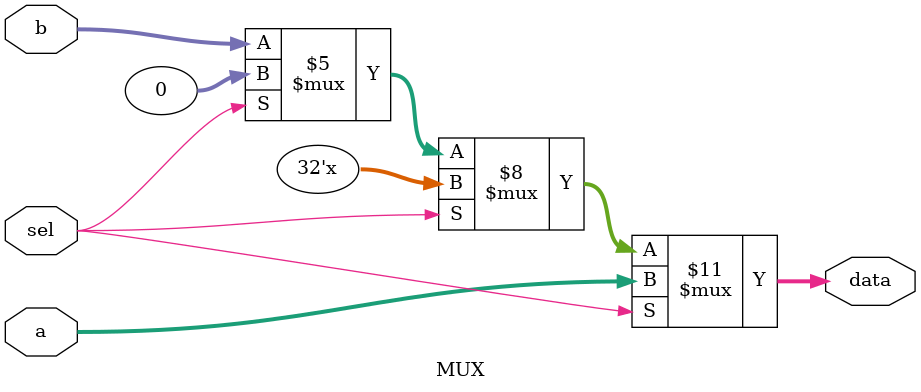
<source format=sv>


module MUX
(
	input wire [31:0]a,
	input wire [31:0]b,
	input wire sel,
	output reg [31:0]data
);

always_comb begin
	if(sel == 1'b1) begin
		data = a;
	end else if(sel == 1'b0) begin
		data = b;
	end else begin
		data = '0;
	end
end

endmodule

</source>
